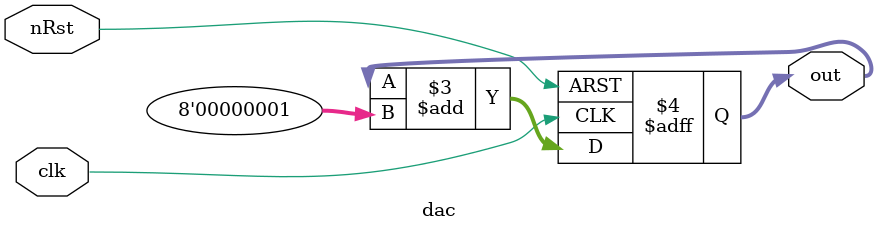
<source format=v>
module dac(
	input	            clk,
	input	            nRst,
   output reg [7:0]  out
);

   always@(posedge clk or negedge nRst) begin
      if(!nRst) begin
         out <= 8'd0;
      end else begin
         out <= out + 8'd1;
      end
   end

endmodule

</source>
